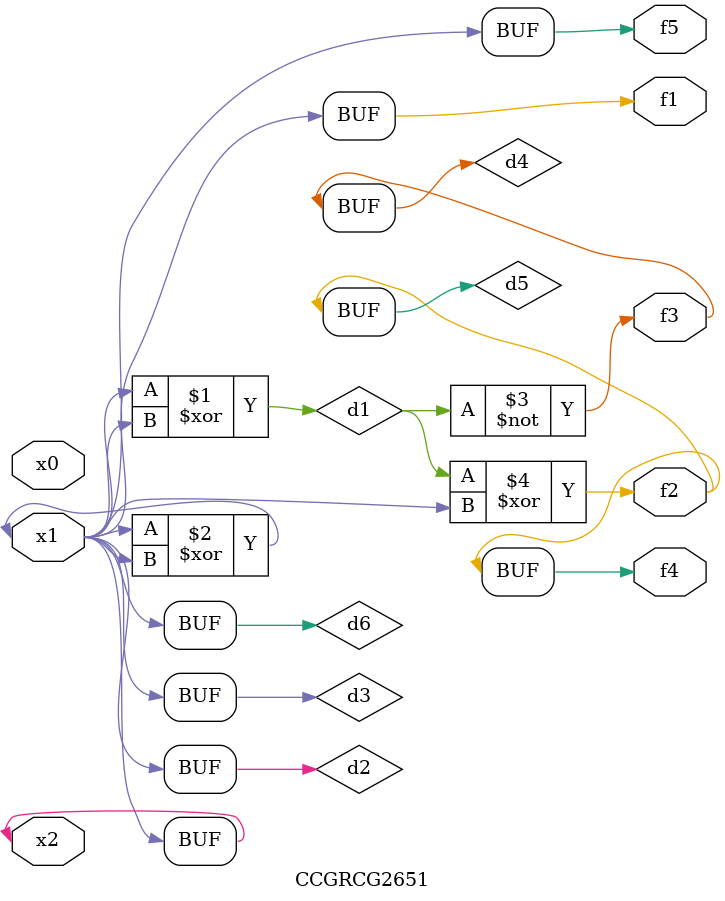
<source format=v>
module CCGRCG2651(
	input x0, x1, x2,
	output f1, f2, f3, f4, f5
);

	wire d1, d2, d3, d4, d5, d6;

	xor (d1, x1, x2);
	buf (d2, x1, x2);
	xor (d3, x1, x2);
	nor (d4, d1);
	xor (d5, d1, d2);
	buf (d6, d2, d3);
	assign f1 = d6;
	assign f2 = d5;
	assign f3 = d4;
	assign f4 = d5;
	assign f5 = d6;
endmodule

</source>
